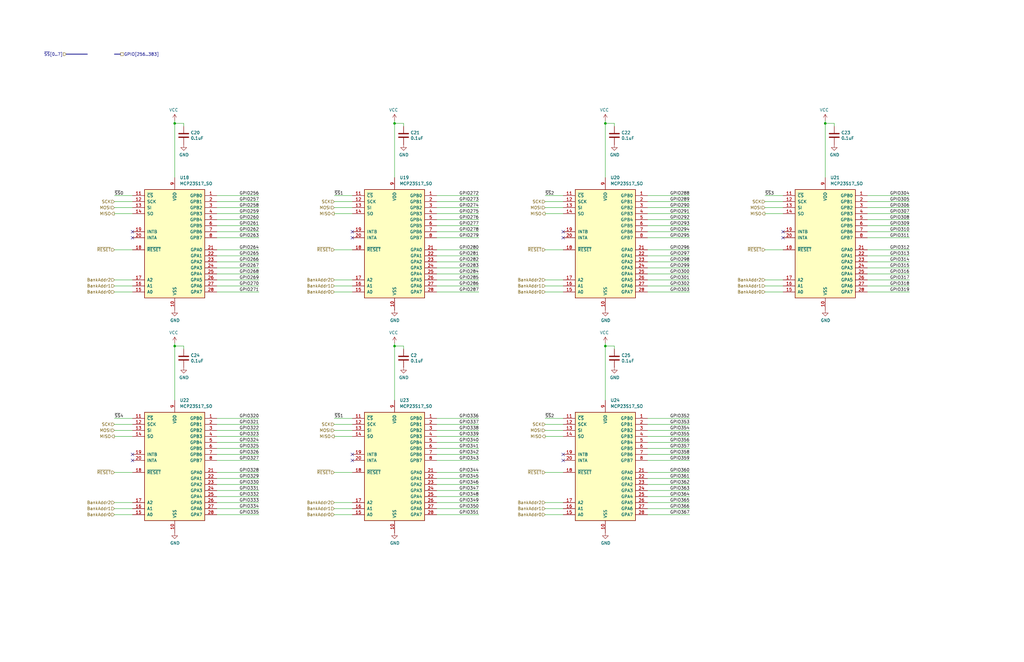
<source format=kicad_sch>
(kicad_sch (version 20250114) (generator "eeschema") (generator_version "9.0")
  (paper "USLedger")
  (title_block (date "2025-08-01"))
  (lib_symbols
    (symbol "Device:C" (pin_numbers (hide yes)) (pin_names (offset 0.254))
      (property "Reference" "C" (at 0.635 2.54 0))
      (property "Value" "C" (at 0.635 -2.54 0))
      (symbol "C_0_1"
        (polyline (pts (xy -2.032 0.762) (xy 2.032 0.762)) (stroke (width 0.508)))
        (polyline (pts (xy -2.032 -0.762) (xy 2.032 -0.762)) (stroke (width 0.508)))
      )
      (symbol "C_1_1"
        (pin passive line (at 0 3.81 270) (length 2.794) (name "~") (number "1"))
        (pin passive line (at 0 -3.81 90) (length 2.794) (name "~") (number "2"))
      )
    )
    (symbol "Interface_Expansion:MCP23S17_SO" (pin_names (offset 1.016))
      (property "Reference" "U" (at -11.43 24.13 0))
      (property "Value" "MCP23S17_SO" (at 0 0 0))
      (symbol "MCP23S17_SO_0_1"
        (rectangle (start -12.7 22.86) (end 12.7 -22.86) (stroke (width 0.254)) (fill (type background)))
      )
      (symbol "MCP23S17_SO_1_1"
        (pin input line (at -17.78 20.32 0) (length 5.08) (name "~{CS}") (number "11"))
        (pin input line (at -17.78 17.78 0) (length 5.08) (name "SCK") (number "12"))
        (pin input line (at -17.78 15.24 0) (length 5.08) (name "SI") (number "13"))
        (pin tri_state line (at -17.78 12.7 0) (length 5.08) (name "SO") (number "14"))
        (pin tri_state line (at -17.78 5.08 0) (length 5.08) (name "INTB") (number "19"))
        (pin tri_state line (at -17.78 2.54 0) (length 5.08) (name "INTA") (number "20"))
        (pin input line (at -17.78 -2.54 0) (length 5.08) (name "~{RESET}") (number "18"))
        (pin input line (at -17.78 -15.24 0) (length 5.08) (name "A2") (number "17"))
        (pin input line (at -17.78 -17.78 0) (length 5.08) (name "A1") (number "16"))
        (pin input line (at -17.78 -20.32 0) (length 5.08) (name "A0") (number "15"))
        (pin power_in line (at 0 27.94 270) (length 5.08) (name "VDD") (number "9"))
        (pin power_in line (at 0 -27.94 90) (length 5.08) (name "VSS") (number "10"))
        (pin bidirectional line (at 17.78 20.32 180) (length 5.08) (name "GPB0") (number "1"))
        (pin bidirectional line (at 17.78 17.78 180) (length 5.08) (name "GPB1") (number "2"))
        (pin bidirectional line (at 17.78 15.24 180) (length 5.08) (name "GPB2") (number "3"))
        (pin bidirectional line (at 17.78 12.7 180) (length 5.08) (name "GPB3") (number "4"))
        (pin bidirectional line (at 17.78 10.16 180) (length 5.08) (name "GPB4") (number "5"))
        (pin bidirectional line (at 17.78 7.62 180) (length 5.08) (name "GPB5") (number "6"))
        (pin bidirectional line (at 17.78 5.08 180) (length 5.08) (name "GPB6") (number "7"))
        (pin bidirectional line (at 17.78 2.54 180) (length 5.08) (name "GPB7") (number "8"))
        (pin bidirectional line (at 17.78 -2.54 180) (length 5.08) (name "GPA0") (number "21"))
        (pin bidirectional line (at 17.78 -5.08 180) (length 5.08) (name "GPA1") (number "22"))
        (pin bidirectional line (at 17.78 -7.62 180) (length 5.08) (name "GPA2") (number "23"))
        (pin bidirectional line (at 17.78 -10.16 180) (length 5.08) (name "GPA3") (number "24"))
        (pin bidirectional line (at 17.78 -12.7 180) (length 5.08) (name "GPA4") (number "25"))
        (pin bidirectional line (at 17.78 -15.24 180) (length 5.08) (name "GPA5") (number "26"))
        (pin bidirectional line (at 17.78 -17.78 180) (length 5.08) (name "GPA6") (number "27"))
        (pin bidirectional line (at 17.78 -20.32 180) (length 5.08) (name "GPA7") (number "28"))
      )
    )
    (symbol "power:GND" (power) (pin_numbers (hide yes)) (pin_names (offset 0) (hide yes))
      (property "Value" "GND" (at 0 -3.81 0))
      (symbol "GND_0_1"
        (polyline (pts (xy 0 0) (xy 0 -1.27) (xy 1.27 -1.27) (xy 0 -2.54) (xy -1.27 -1.27) (xy 0 -1.27)))
      )
      (symbol "GND_1_1"
        (pin power_in line (at 0 0 270) (length 0) (name "~") (number "1"))
      )
    )
    (symbol "power:VCC" (power) (pin_numbers (hide yes)) (pin_names (offset 0) (hide yes))
      (property "Value" "VCC" (at 0 3.556 0))
      (symbol "VCC_0_1"
        (polyline (pts (xy -0.762 1.27) (xy 0 2.54)))
        (polyline (pts (xy 0 2.54) (xy 0.762 1.27)))
        (polyline (pts (xy 0 0) (xy 0 2.54)))
      )
      (symbol "VCC_1_1"
        (pin power_in line (at 0 0 90) (length 0) (name "~") (number "1"))
      )
    )
  )
  (junction (at 73.66 52.07))
  (junction (at 73.66 146.05))
  (junction (at 347.98 52.07))
  (junction (at 166.37 52.07))
  (junction (at 255.27 52.07))
  (junction (at 255.27 146.05))
  (junction (at 166.37 146.05))
  (no_connect (at 148.59 97.79))
  (no_connect (at 237.49 100.33))
  (no_connect (at 237.49 191.77))
  (no_connect (at 148.59 191.77))
  (no_connect (at 55.88 194.31))
  (no_connect (at 55.88 100.33))
  (no_connect (at 237.49 97.79))
  (no_connect (at 55.88 191.77))
  (no_connect (at 148.59 194.31))
  (no_connect (at 55.88 97.79))
  (no_connect (at 330.2 100.33))
  (no_connect (at 330.2 97.79))
  (no_connect (at 237.49 194.31))
  (no_connect (at 148.59 100.33))
  (wire (pts (xy 322.58 90.17) (xy 330.2 90.17)))
  (wire (pts (xy 290.83 212.09) (xy 273.05 212.09)))
  (wire (pts (xy 229.87 181.61) (xy 237.49 181.61)))
  (wire (pts (xy 201.93 110.49) (xy 184.15 110.49)))
  (wire (pts (xy 290.83 214.63) (xy 273.05 214.63)))
  (wire (pts (xy 201.93 107.95) (xy 184.15 107.95)))
  (wire (pts (xy 201.93 207.01) (xy 184.15 207.01)))
  (wire (pts (xy 322.58 118.11) (xy 330.2 118.11)))
  (wire (pts (xy 383.54 110.49) (xy 365.76 110.49)))
  (wire (pts (xy 229.87 120.65) (xy 237.49 120.65)))
  (wire (pts (xy 201.93 92.71) (xy 184.15 92.71)))
  (wire (pts (xy 383.54 123.19) (xy 365.76 123.19)))
  (wire (pts (xy 290.83 110.49) (xy 273.05 110.49)))
  (wire (pts (xy 201.93 214.63) (xy 184.15 214.63)))
  (wire (pts (xy 229.87 87.63) (xy 237.49 87.63)))
  (wire (pts (xy 229.87 184.15) (xy 237.49 184.15)))
  (wire (pts (xy 73.66 50.8) (xy 73.66 52.07)))
  (wire (pts (xy 48.26 179.07) (xy 55.88 179.07)))
  (wire (pts (xy 109.22 118.11) (xy 91.44 118.11)))
  (wire (pts (xy 201.93 120.65) (xy 184.15 120.65)))
  (wire (pts (xy 140.97 181.61) (xy 148.59 181.61)))
  (wire (pts (xy 383.54 107.95) (xy 365.76 107.95)))
  (wire (pts (xy 201.93 201.93) (xy 184.15 201.93)))
  (wire (pts (xy 109.22 110.49) (xy 91.44 110.49)))
  (wire (pts (xy 255.27 146.05) (xy 255.27 168.91)))
  (wire (pts (xy 48.26 217.17) (xy 55.88 217.17)))
  (wire (pts (xy 166.37 50.8) (xy 166.37 52.07)))
  (wire (pts (xy 140.97 85.09) (xy 148.59 85.09)))
  (wire (pts (xy 48.26 214.63) (xy 55.88 214.63)))
  (wire (pts (xy 109.22 181.61) (xy 91.44 181.61)))
  (wire (pts (xy 290.83 87.63) (xy 273.05 87.63)))
  (wire (pts (xy 170.18 53.34) (xy 170.18 52.07)))
  (wire (pts (xy 290.83 118.11) (xy 273.05 118.11)))
  (wire (pts (xy 201.93 85.09) (xy 184.15 85.09)))
  (wire (pts (xy 109.22 82.55) (xy 91.44 82.55)))
  (wire (pts (xy 109.22 115.57) (xy 91.44 115.57)))
  (wire (pts (xy 140.97 217.17) (xy 148.59 217.17)))
  (wire (pts (xy 201.93 97.79) (xy 184.15 97.79)))
  (wire (pts (xy 347.98 52.07) (xy 351.79 52.07)))
  (wire (pts (xy 322.58 87.63) (xy 330.2 87.63)))
  (wire (pts (xy 201.93 179.07) (xy 184.15 179.07)))
  (wire (pts (xy 201.93 194.31) (xy 184.15 194.31)))
  (wire (pts (xy 48.26 105.41) (xy 55.88 105.41)))
  (wire (pts (xy 170.18 147.32) (xy 170.18 146.05)))
  (wire (pts (xy 347.98 52.07) (xy 347.98 74.93)))
  (bus (pts (xy 27.94 22.86) (xy 36.83 22.86)))
  (wire (pts (xy 383.54 85.09) (xy 365.76 85.09)))
  (wire (pts (xy 290.83 120.65) (xy 273.05 120.65)))
  (wire (pts (xy 383.54 92.71) (xy 365.76 92.71)))
  (wire (pts (xy 201.93 191.77) (xy 184.15 191.77)))
  (wire (pts (xy 77.47 53.34) (xy 77.47 52.07)))
  (bus (pts (xy 50.8 22.86) (xy 48.26 22.86)))
  (wire (pts (xy 383.54 115.57) (xy 365.76 115.57)))
  (wire (pts (xy 229.87 82.55) (xy 237.49 82.55)))
  (wire (pts (xy 48.26 184.15) (xy 55.88 184.15)))
  (wire (pts (xy 201.93 115.57) (xy 184.15 115.57)))
  (wire (pts (xy 48.26 199.39) (xy 55.88 199.39)))
  (wire (pts (xy 201.93 123.19) (xy 184.15 123.19)))
  (wire (pts (xy 109.22 87.63) (xy 91.44 87.63)))
  (wire (pts (xy 290.83 184.15) (xy 273.05 184.15)))
  (wire (pts (xy 109.22 201.93) (xy 91.44 201.93)))
  (wire (pts (xy 109.22 100.33) (xy 91.44 100.33)))
  (wire (pts (xy 290.83 189.23) (xy 273.05 189.23)))
  (wire (pts (xy 48.26 90.17) (xy 55.88 90.17)))
  (wire (pts (xy 140.97 199.39) (xy 148.59 199.39)))
  (wire (pts (xy 109.22 209.55) (xy 91.44 209.55)))
  (wire (pts (xy 73.66 146.05) (xy 77.47 146.05)))
  (wire (pts (xy 109.22 179.07) (xy 91.44 179.07)))
  (wire (pts (xy 201.93 105.41) (xy 184.15 105.41)))
  (wire (pts (xy 322.58 85.09) (xy 330.2 85.09)))
  (wire (pts (xy 229.87 123.19) (xy 237.49 123.19)))
  (wire (pts (xy 383.54 100.33) (xy 365.76 100.33)))
  (wire (pts (xy 322.58 82.55) (xy 330.2 82.55)))
  (wire (pts (xy 140.97 123.19) (xy 148.59 123.19)))
  (wire (pts (xy 290.83 181.61) (xy 273.05 181.61)))
  (wire (pts (xy 48.26 120.65) (xy 55.88 120.65)))
  (wire (pts (xy 109.22 107.95) (xy 91.44 107.95)))
  (wire (pts (xy 166.37 146.05) (xy 166.37 168.91)))
  (wire (pts (xy 140.97 176.53) (xy 148.59 176.53)))
  (wire (pts (xy 383.54 97.79) (xy 365.76 97.79)))
  (wire (pts (xy 166.37 52.07) (xy 166.37 74.93)))
  (wire (pts (xy 290.83 92.71) (xy 273.05 92.71)))
  (wire (pts (xy 77.47 147.32) (xy 77.47 146.05)))
  (wire (pts (xy 201.93 184.15) (xy 184.15 184.15)))
  (wire (pts (xy 383.54 90.17) (xy 365.76 90.17)))
  (wire (pts (xy 73.66 52.07) (xy 73.66 74.93)))
  (wire (pts (xy 229.87 118.11) (xy 237.49 118.11)))
  (wire (pts (xy 290.83 191.77) (xy 273.05 191.77)))
  (wire (pts (xy 109.22 186.69) (xy 91.44 186.69)))
  (wire (pts (xy 166.37 144.78) (xy 166.37 146.05)))
  (wire (pts (xy 140.97 214.63) (xy 148.59 214.63)))
  (wire (pts (xy 109.22 214.63) (xy 91.44 214.63)))
  (wire (pts (xy 109.22 95.25) (xy 91.44 95.25)))
  (wire (pts (xy 73.66 146.05) (xy 73.66 168.91)))
  (wire (pts (xy 383.54 120.65) (xy 365.76 120.65)))
  (wire (pts (xy 201.93 189.23) (xy 184.15 189.23)))
  (wire (pts (xy 166.37 52.07) (xy 170.18 52.07)))
  (wire (pts (xy 73.66 144.78) (xy 73.66 146.05)))
  (wire (pts (xy 48.26 212.09) (xy 55.88 212.09)))
  (wire (pts (xy 109.22 113.03) (xy 91.44 113.03)))
  (wire (pts (xy 48.26 181.61) (xy 55.88 181.61)))
  (wire (pts (xy 229.87 85.09) (xy 237.49 85.09)))
  (wire (pts (xy 109.22 176.53) (xy 91.44 176.53)))
  (wire (pts (xy 140.97 90.17) (xy 148.59 90.17)))
  (wire (pts (xy 290.83 176.53) (xy 273.05 176.53)))
  (wire (pts (xy 109.22 212.09) (xy 91.44 212.09)))
  (wire (pts (xy 383.54 118.11) (xy 365.76 118.11)))
  (wire (pts (xy 290.83 90.17) (xy 273.05 90.17)))
  (wire (pts (xy 201.93 181.61) (xy 184.15 181.61)))
  (wire (pts (xy 201.93 100.33) (xy 184.15 100.33)))
  (wire (pts (xy 201.93 118.11) (xy 184.15 118.11)))
  (wire (pts (xy 259.08 53.34) (xy 259.08 52.07)))
  (wire (pts (xy 140.97 105.41) (xy 148.59 105.41)))
  (wire (pts (xy 290.83 105.41) (xy 273.05 105.41)))
  (wire (pts (xy 48.26 85.09) (xy 55.88 85.09)))
  (wire (pts (xy 140.97 118.11) (xy 148.59 118.11)))
  (wire (pts (xy 322.58 105.41) (xy 330.2 105.41)))
  (wire (pts (xy 140.97 120.65) (xy 148.59 120.65)))
  (wire (pts (xy 201.93 204.47) (xy 184.15 204.47)))
  (wire (pts (xy 255.27 144.78) (xy 255.27 146.05)))
  (wire (pts (xy 229.87 214.63) (xy 237.49 214.63)))
  (wire (pts (xy 322.58 123.19) (xy 330.2 123.19)))
  (wire (pts (xy 201.93 217.17) (xy 184.15 217.17)))
  (wire (pts (xy 48.26 123.19) (xy 55.88 123.19)))
  (wire (pts (xy 109.22 90.17) (xy 91.44 90.17)))
  (wire (pts (xy 383.54 113.03) (xy 365.76 113.03)))
  (wire (pts (xy 109.22 92.71) (xy 91.44 92.71)))
  (wire (pts (xy 290.83 209.55) (xy 273.05 209.55)))
  (wire (pts (xy 383.54 95.25) (xy 365.76 95.25)))
  (wire (pts (xy 109.22 184.15) (xy 91.44 184.15)))
  (wire (pts (xy 201.93 90.17) (xy 184.15 90.17)))
  (wire (pts (xy 109.22 123.19) (xy 91.44 123.19)))
  (wire (pts (xy 290.83 95.25) (xy 273.05 95.25)))
  (wire (pts (xy 290.83 97.79) (xy 273.05 97.79)))
  (wire (pts (xy 229.87 212.09) (xy 237.49 212.09)))
  (wire (pts (xy 109.22 199.39) (xy 91.44 199.39)))
  (wire (pts (xy 290.83 199.39) (xy 273.05 199.39)))
  (wire (pts (xy 229.87 179.07) (xy 237.49 179.07)))
  (wire (pts (xy 201.93 212.09) (xy 184.15 212.09)))
  (wire (pts (xy 229.87 90.17) (xy 237.49 90.17)))
  (wire (pts (xy 201.93 176.53) (xy 184.15 176.53)))
  (wire (pts (xy 255.27 52.07) (xy 259.08 52.07)))
  (wire (pts (xy 109.22 105.41) (xy 91.44 105.41)))
  (wire (pts (xy 109.22 207.01) (xy 91.44 207.01)))
  (wire (pts (xy 48.26 87.63) (xy 55.88 87.63)))
  (wire (pts (xy 290.83 82.55) (xy 273.05 82.55)))
  (wire (pts (xy 109.22 217.17) (xy 91.44 217.17)))
  (wire (pts (xy 201.93 87.63) (xy 184.15 87.63)))
  (wire (pts (xy 383.54 105.41) (xy 365.76 105.41)))
  (wire (pts (xy 290.83 207.01) (xy 273.05 207.01)))
  (wire (pts (xy 290.83 201.93) (xy 273.05 201.93)))
  (wire (pts (xy 290.83 123.19) (xy 273.05 123.19)))
  (wire (pts (xy 109.22 189.23) (xy 91.44 189.23)))
  (wire (pts (xy 229.87 217.17) (xy 237.49 217.17)))
  (wire (pts (xy 48.26 176.53) (xy 55.88 176.53)))
  (wire (pts (xy 255.27 146.05) (xy 259.08 146.05)))
  (wire (pts (xy 229.87 176.53) (xy 237.49 176.53)))
  (wire (pts (xy 229.87 105.41) (xy 237.49 105.41)))
  (wire (pts (xy 351.79 53.34) (xy 351.79 52.07)))
  (wire (pts (xy 73.66 52.07) (xy 77.47 52.07)))
  (wire (pts (xy 109.22 204.47) (xy 91.44 204.47)))
  (wire (pts (xy 290.83 115.57) (xy 273.05 115.57)))
  (wire (pts (xy 290.83 194.31) (xy 273.05 194.31)))
  (wire (pts (xy 259.08 147.32) (xy 259.08 146.05)))
  (wire (pts (xy 109.22 97.79) (xy 91.44 97.79)))
  (wire (pts (xy 255.27 50.8) (xy 255.27 52.07)))
  (wire (pts (xy 201.93 186.69) (xy 184.15 186.69)))
  (wire (pts (xy 290.83 107.95) (xy 273.05 107.95)))
  (wire (pts (xy 201.93 209.55) (xy 184.15 209.55)))
  (wire (pts (xy 140.97 87.63) (xy 148.59 87.63)))
  (wire (pts (xy 201.93 82.55) (xy 184.15 82.55)))
  (wire (pts (xy 255.27 52.07) (xy 255.27 74.93)))
  (wire (pts (xy 290.83 100.33) (xy 273.05 100.33)))
  (wire (pts (xy 109.22 194.31) (xy 91.44 194.31)))
  (wire (pts (xy 166.37 146.05) (xy 170.18 146.05)))
  (wire (pts (xy 290.83 217.17) (xy 273.05 217.17)))
  (wire (pts (xy 48.26 82.55) (xy 55.88 82.55)))
  (wire (pts (xy 290.83 179.07) (xy 273.05 179.07)))
  (wire (pts (xy 383.54 87.63) (xy 365.76 87.63)))
  (wire (pts (xy 290.83 85.09) (xy 273.05 85.09)))
  (wire (pts (xy 201.93 95.25) (xy 184.15 95.25)))
  (wire (pts (xy 140.97 212.09) (xy 148.59 212.09)))
  (wire (pts (xy 48.26 118.11) (xy 55.88 118.11)))
  (wire (pts (xy 109.22 120.65) (xy 91.44 120.65)))
  (wire (pts (xy 201.93 199.39) (xy 184.15 199.39)))
  (wire (pts (xy 347.98 50.8) (xy 347.98 52.07)))
  (wire (pts (xy 109.22 191.77) (xy 91.44 191.77)))
  (wire (pts (xy 201.93 113.03) (xy 184.15 113.03)))
  (wire (pts (xy 290.83 204.47) (xy 273.05 204.47)))
  (wire (pts (xy 109.22 85.09) (xy 91.44 85.09)))
  (wire (pts (xy 140.97 82.55) (xy 148.59 82.55)))
  (wire (pts (xy 290.83 113.03) (xy 273.05 113.03)))
  (wire (pts (xy 322.58 120.65) (xy 330.2 120.65)))
  (wire (pts (xy 140.97 179.07) (xy 148.59 179.07)))
  (wire (pts (xy 229.87 199.39) (xy 237.49 199.39)))
  (wire (pts (xy 290.83 186.69) (xy 273.05 186.69)))
  (wire (pts (xy 383.54 82.55) (xy 365.76 82.55)))
  (wire (pts (xy 140.97 184.15) (xy 148.59 184.15)))
  (label "GPIO322" (at 109.22 181.61 180))
  (label "~{SS}0" (at 48.26 82.55 0))
  (label "GPIO326" (at 109.22 191.77 180))
  (label "GPIO354" (at 290.83 181.61 180))
  (label "GPIO275" (at 201.93 90.17 180))
  (label "GPIO333" (at 109.22 212.09 180))
  (label "GPIO274" (at 201.93 87.63 180))
  (label "GPIO359" (at 290.83 194.31 180))
  (label "GPIO260" (at 109.22 92.71 180))
  (label "GPIO338" (at 201.93 181.61 180))
  (label "GPIO365" (at 290.83 212.09 180))
  (label "GPIO271" (at 109.22 123.19 180))
  (label "GPIO328" (at 109.22 199.39 180))
  (label "GPIO268" (at 109.22 115.57 180))
  (label "GPIO318" (at 383.54 120.65 180))
  (label "GPIO352" (at 290.83 176.53 180))
  (label "GPIO313" (at 383.54 107.95 180))
  (label "GPIO265" (at 109.22 107.95 180))
  (label "GPIO297" (at 290.83 107.95 180))
  (label "GPIO301" (at 290.83 118.11 180))
  (label "GPIO282" (at 201.93 110.49 180))
  (label "GPIO295" (at 290.83 100.33 180))
  (label "~{SS}1" (at 140.97 176.53 0))
  (label "GPIO290" (at 290.83 87.63 180))
  (label "GPIO357" (at 290.83 189.23 180))
  (label "GPIO300" (at 290.83 115.57 180))
  (label "GPIO349" (at 201.93 212.09 180))
  (label "GPIO363" (at 290.83 207.01 180))
  (label "GPIO280" (at 201.93 105.41 180))
  (label "GPIO259" (at 109.22 90.17 180))
  (label "GPIO360" (at 290.83 199.39 180))
  (label "GPIO303" (at 290.83 123.19 180))
  (label "~{SS}3" (at 322.58 82.55 0))
  (label "GPIO276" (at 201.93 92.71 180))
  (label "GPIO309" (at 383.54 95.25 180))
  (label "GPIO266" (at 109.22 110.49 180))
  (label "GPIO367" (at 290.83 217.17 180))
  (label "GPIO345" (at 201.93 201.93 180))
  (label "GPIO311" (at 383.54 100.33 180))
  (label "GPIO257" (at 109.22 85.09 180))
  (label "GPIO299" (at 290.83 113.03 180))
  (label "GPIO317" (at 383.54 118.11 180))
  (label "GPIO315" (at 383.54 113.03 180))
  (label "GPIO310" (at 383.54 97.79 180))
  (label "GPIO294" (at 290.83 97.79 180))
  (label "GPIO302" (at 290.83 120.65 180))
  (label "~{SS}4" (at 48.26 176.53 0))
  (label "GPIO329" (at 109.22 201.93 180))
  (label "GPIO321" (at 109.22 179.07 180))
  (label "GPIO314" (at 383.54 110.49 180))
  (label "GPIO344" (at 201.93 199.39 180))
  (label "~{SS}2" (at 229.87 176.53 0))
  (label "GPIO331" (at 109.22 207.01 180))
  (label "GPIO312" (at 383.54 105.41 180))
  (label "GPIO281" (at 201.93 107.95 180))
  (label "GPIO279" (at 201.93 100.33 180))
  (label "GPIO296" (at 290.83 105.41 180))
  (label "GPIO351" (at 201.93 217.17 180))
  (label "GPIO358" (at 290.83 191.77 180))
  (label "GPIO323" (at 109.22 184.15 180))
  (label "GPIO298" (at 290.83 110.49 180))
  (label "GPIO342" (at 201.93 191.77 180))
  (label "GPIO305" (at 383.54 85.09 180))
  (label "GPIO327" (at 109.22 194.31 180))
  (label "GPIO272" (at 201.93 82.55 180))
  (label "GPIO336" (at 201.93 176.53 180))
  (label "GPIO364" (at 290.83 209.55 180))
  (label "GPIO362" (at 290.83 204.47 180))
  (label "GPIO293" (at 290.83 95.25 180))
  (label "GPIO284" (at 201.93 115.57 180))
  (label "GPIO353" (at 290.83 179.07 180))
  (label "GPIO346" (at 201.93 204.47 180))
  (label "GPIO350" (at 201.93 214.63 180))
  (label "GPIO285" (at 201.93 118.11 180))
  (label "GPIO286" (at 201.93 120.65 180))
  (label "GPIO337" (at 201.93 179.07 180))
  (label "GPIO291" (at 290.83 90.17 180))
  (label "GPIO269" (at 109.22 118.11 180))
  (label "GPIO288" (at 290.83 82.55 180))
  (label "GPIO273" (at 201.93 85.09 180))
  (label "GPIO319" (at 383.54 123.19 180))
  (label "GPIO332" (at 109.22 209.55 180))
  (label "GPIO264" (at 109.22 105.41 180))
  (label "GPIO256" (at 109.22 82.55 180))
  (label "GPIO278" (at 201.93 97.79 180))
  (label "GPIO341" (at 201.93 189.23 180))
  (label "GPIO263" (at 109.22 100.33 180))
  (label "GPIO283" (at 201.93 113.03 180))
  (label "GPIO292" (at 290.83 92.71 180))
  (label "GPIO334" (at 109.22 214.63 180))
  (label "GPIO267" (at 109.22 113.03 180))
  (label "GPIO262" (at 109.22 97.79 180))
  (label "GPIO258" (at 109.22 87.63 180))
  (label "GPIO343" (at 201.93 194.31 180))
  (label "GPIO356" (at 290.83 186.69 180))
  (label "GPIO339" (at 201.93 184.15 180))
  (label "GPIO306" (at 383.54 87.63 180))
  (label "GPIO320" (at 109.22 176.53 180))
  (label "GPIO366" (at 290.83 214.63 180))
  (label "GPIO308" (at 383.54 92.71 180))
  (label "GPIO324" (at 109.22 186.69 180))
  (label "~{SS}1" (at 140.97 82.55 0))
  (label "GPIO348" (at 201.93 209.55 180))
  (label "GPIO287" (at 201.93 123.19 180))
  (label "GPIO340" (at 201.93 186.69 180))
  (label "GPIO277" (at 201.93 95.25 180))
  (label "GPIO347" (at 201.93 207.01 180))
  (label "GPIO316" (at 383.54 115.57 180))
  (label "GPIO355" (at 290.83 184.15 180))
  (label "GPIO270" (at 109.22 120.65 180))
  (label "GPIO330" (at 109.22 204.47 180))
  (label "GPIO335" (at 109.22 217.17 180))
  (label "GPIO361" (at 290.83 201.93 180))
  (label "GPIO289" (at 290.83 85.09 180))
  (label "GPIO307" (at 383.54 90.17 180))
  (label "~{SS}2" (at 229.87 82.55 0))
  (label "GPIO325" (at 109.22 189.23 180))
  (label "GPIO304" (at 383.54 82.55 180))
  (label "GPIO261" (at 109.22 95.25 180))
  (hierarchical_label "~{RESET}" (shape input) (at 140.97 199.39 180))
  (hierarchical_label "SCK" (shape input) (at 229.87 179.07 180))
  (hierarchical_label "SCK" (shape input) (at 48.26 179.07 180))
  (hierarchical_label "MISO" (shape output) (at 48.26 184.15 180))
  (hierarchical_label "~{RESET}" (shape input) (at 322.58 105.41 180))
  (hierarchical_label "~{RESET}" (shape input) (at 48.26 105.41 180))
  (hierarchical_label "BankAddr1" (shape input) (at 140.97 120.65 180))
  (hierarchical_label "MISO" (shape output) (at 229.87 90.17 180))
  (hierarchical_label "BankAddr2" (shape input) (at 229.87 118.11 180))
  (hierarchical_label "BankAddr1" (shape input) (at 48.26 214.63 180))
  (hierarchical_label "BankAddr0" (shape input) (at 48.26 217.17 180))
  (hierarchical_label "SCK" (shape input) (at 140.97 85.09 180))
  (hierarchical_label "GPIO[256..383]" (shape passive) (at 50.8 22.86 0))
  (hierarchical_label "MOSI" (shape input) (at 322.58 87.63 180))
  (hierarchical_label "BankAddr0" (shape input) (at 229.87 217.17 180))
  (hierarchical_label "MOSI" (shape input) (at 229.87 87.63 180))
  (hierarchical_label "MOSI" (shape input) (at 48.26 87.63 180))
  (hierarchical_label "BankAddr1" (shape input) (at 322.58 120.65 180))
  (hierarchical_label "SCK" (shape input) (at 229.87 85.09 180))
  (hierarchical_label "SCK" (shape input) (at 140.97 179.07 180))
  (hierarchical_label "MISO" (shape output) (at 140.97 90.17 180))
  (hierarchical_label "BankAddr2" (shape input) (at 48.26 118.11 180))
  (hierarchical_label "BankAddr0" (shape input) (at 322.58 123.19 180))
  (hierarchical_label "BankAddr0" (shape input) (at 48.26 123.19 180))
  (hierarchical_label "BankAddr0" (shape input) (at 229.87 123.19 180))
  (hierarchical_label "~{SS}[0..7]" (shape input) (at 27.94 22.86 180))
  (hierarchical_label "BankAddr2" (shape input) (at 48.26 212.09 180))
  (hierarchical_label "MISO" (shape output) (at 140.97 184.15 180))
  (hierarchical_label "~{RESET}" (shape input) (at 140.97 105.41 180))
  (hierarchical_label "BankAddr2" (shape input) (at 140.97 212.09 180))
  (hierarchical_label "BankAddr2" (shape input) (at 229.87 212.09 180))
  (hierarchical_label "~{RESET}" (shape input) (at 229.87 105.41 180))
  (hierarchical_label "MISO" (shape output) (at 229.87 184.15 180))
  (hierarchical_label "SCK" (shape input) (at 48.26 85.09 180))
  (hierarchical_label "~{RESET}" (shape input) (at 229.87 199.39 180))
  (hierarchical_label "MOSI" (shape input) (at 140.97 87.63 180))
  (hierarchical_label "~{RESET}" (shape input) (at 48.26 199.39 180))
  (hierarchical_label "BankAddr1" (shape input) (at 140.97 214.63 180))
  (hierarchical_label "BankAddr1" (shape input) (at 229.87 120.65 180))
  (hierarchical_label "MISO" (shape output) (at 322.58 90.17 180))
  (hierarchical_label "BankAddr2" (shape input) (at 322.58 118.11 180))
  (hierarchical_label "BankAddr2" (shape input) (at 140.97 118.11 180))
  (hierarchical_label "SCK" (shape input) (at 322.58 85.09 180))
  (hierarchical_label "MOSI" (shape input) (at 229.87 181.61 180))
  (hierarchical_label "MOSI" (shape input) (at 140.97 181.61 180))
  (hierarchical_label "BankAddr0" (shape input) (at 140.97 123.19 180))
  (hierarchical_label "BankAddr1" (shape input) (at 48.26 120.65 180))
  (hierarchical_label "MISO" (shape output) (at 48.26 90.17 180))
  (hierarchical_label "BankAddr1" (shape input) (at 229.87 214.63 180))
  (hierarchical_label "MOSI" (shape input) (at 48.26 181.61 180))
  (hierarchical_label "BankAddr0" (shape input) (at 140.97 217.17 180))
  (symbol (lib_id "Device:C") (at 170.18 57.15 0) (unit 1)
    (property "Reference" "C21" (at 173.101 55.9816 0) (effects (justify left)))
    (property "Value" "0.1uF" (at 173.101 58.293 0) (effects (justify left)))
    (property "Footprint" "Capacitor_SMD:C_0603_1608Metric" (effects (hide yes)))
    (property "Datasheet" "https://www.mouser.com/datasheet/2/396/taiyo_yuden_12132018_mlcc11_hq_e-1510082.pdf" (effects (hide yes)))
    (property "Manufacturer" "Taiyo Yuden" (effects (hide yes)))
    (property "Manufacturer#" "EMK107B7104KAHT" (effects (hide yes)))
    (property "Mouser#" "963-EMK107B7104KAHT" (effects (hide yes)))
    (property "Digikey#" "587-6004-1-ND" (effects (hide yes)))
  )
  (symbol (lib_id "Interface_Expansion:MCP23S17_SO") (at 255.27 196.85 0) (unit 1)
    (property "Reference" "U24" (at 257.4133 168.91 0) (effects (justify left)))
    (property "Value" "MCP23S17_SO" (at 257.4133 171.45 0) (effects (justify left)))
    (property "Footprint" "Package_SO:SOIC-28W_7.5x17.9mm_P1.27mm" (effects (hide yes)))
    (property "Datasheet" "http://ww1.microchip.com/downloads/en/DeviceDoc/20001952C.pdf" (effects (hide yes)))
    (property "Description" "16-bit I/O expander, SPI, interrupts, w pull-ups, SOIC-28" (effects (hide yes)))
  )
  (symbol (lib_id "Interface_Expansion:MCP23S17_SO") (at 73.66 102.87 0) (unit 1)
    (property "Reference" "U18" (at 75.8033 74.93 0) (effects (justify left)))
    (property "Value" "MCP23S17_SO" (at 75.8033 77.47 0) (effects (justify left)))
    (property "Footprint" "Package_SO:SOIC-28W_7.5x17.9mm_P1.27mm" (effects (hide yes)))
    (property "Datasheet" "http://ww1.microchip.com/downloads/en/DeviceDoc/20001952C.pdf" (effects (hide yes)))
    (property "Description" "16-bit I/O expander, SPI, interrupts, w pull-ups, SOIC-28" (effects (hide yes)))
  )
  (symbol (lib_id "power:VCC") (at 347.98 50.8 0) (mirror y) (unit 1)
    (property "Reference" "#PWR0106" (effects (hide yes)))
    (property "Value" "VCC" (at 347.5482 46.4058 0))
    (property "Description" "Power symbol creates a global label with name \"VCC\"" (effects (hide yes)))
  )
  (symbol (lib_id "power:GND") (at 77.47 154.94 0) (unit 1)
    (property "Reference" "#PWR0119" (effects (hide yes)))
    (property "Value" "GND" (at 77.597 159.3342 0))
    (property "Description" "Power symbol creates a global label with name \"GND\" , ground" (effects (hide yes)))
  )
  (symbol (lib_id "power:GND") (at 166.37 224.79 0) (unit 1)
    (property "Reference" "#PWR0117" (effects (hide yes)))
    (property "Value" "GND" (at 166.497 229.1842 0))
    (property "Description" "Power symbol creates a global label with name \"GND\" , ground" (effects (hide yes)))
  )
  (symbol (lib_id "Interface_Expansion:MCP23S17_SO") (at 255.27 102.87 0) (unit 1)
    (property "Reference" "U20" (at 257.4133 74.93 0) (effects (justify left)))
    (property "Value" "MCP23S17_SO" (at 257.4133 77.47 0) (effects (justify left)))
    (property "Footprint" "Package_SO:SOIC-28W_7.5x17.9mm_P1.27mm" (effects (hide yes)))
    (property "Datasheet" "http://ww1.microchip.com/downloads/en/DeviceDoc/20001952C.pdf" (effects (hide yes)))
    (property "Description" "16-bit I/O expander, SPI, interrupts, w pull-ups, SOIC-28" (effects (hide yes)))
  )
  (symbol (lib_id "Device:C") (at 170.18 151.13 0) (unit 1)
    (property "Reference" "C2" (at 173.101 149.9616 0) (effects (justify left)))
    (property "Value" "0.1uF" (at 173.101 152.273 0) (effects (justify left)))
    (property "Footprint" "Capacitor_SMD:C_0603_1608Metric" (effects (hide yes)))
    (property "Datasheet" "https://www.mouser.com/datasheet/2/396/taiyo_yuden_12132018_mlcc11_hq_e-1510082.pdf" (effects (hide yes)))
    (property "Manufacturer" "Taiyo Yuden" (effects (hide yes)))
    (property "Manufacturer#" "EMK107B7104KAHT" (effects (hide yes)))
    (property "Mouser#" "963-EMK107B7104KAHT" (effects (hide yes)))
    (property "Digikey#" "587-6004-1-ND" (effects (hide yes)))
  )
  (symbol (lib_id "Device:C") (at 77.47 57.15 0) (unit 1)
    (property "Reference" "C20" (at 80.391 55.9816 0) (effects (justify left)))
    (property "Value" "0.1uF" (at 80.391 58.293 0) (effects (justify left)))
    (property "Footprint" "Capacitor_SMD:C_0603_1608Metric" (effects (hide yes)))
    (property "Datasheet" "https://www.mouser.com/datasheet/2/396/taiyo_yuden_12132018_mlcc11_hq_e-1510082.pdf" (effects (hide yes)))
    (property "Manufacturer" "Taiyo Yuden" (effects (hide yes)))
    (property "Manufacturer#" "EMK107B7104KAHT" (effects (hide yes)))
    (property "Mouser#" "963-EMK107B7104KAHT" (effects (hide yes)))
    (property "Digikey#" "587-6004-1-ND" (effects (hide yes)))
  )
  (symbol (lib_id "power:GND") (at 73.66 224.79 0) (unit 1)
    (property "Reference" "#PWR0123" (effects (hide yes)))
    (property "Value" "GND" (at 73.787 229.1842 0))
    (property "Description" "Power symbol creates a global label with name \"GND\" , ground" (effects (hide yes)))
  )
  (symbol (lib_id "power:GND") (at 170.18 154.94 0) (unit 1)
    (property "Reference" "#PWR015" (effects (hide yes)))
    (property "Value" "GND" (at 170.307 159.3342 0))
    (property "Description" "Power symbol creates a global label with name \"GND\" , ground" (effects (hide yes)))
  )
  (symbol (lib_id "power:GND") (at 166.37 130.81 0) (unit 1)
    (property "Reference" "#PWR0112" (effects (hide yes)))
    (property "Value" "GND" (at 166.497 135.2042 0))
    (property "Description" "Power symbol creates a global label with name \"GND\" , ground" (effects (hide yes)))
  )
  (symbol (lib_id "power:GND") (at 347.98 130.81 0) (unit 1)
    (property "Reference" "#PWR0114" (effects (hide yes)))
    (property "Value" "GND" (at 348.107 135.2042 0))
    (property "Description" "Power symbol creates a global label with name \"GND\" , ground" (effects (hide yes)))
  )
  (symbol (lib_id "Device:C") (at 351.79 57.15 0) (unit 1)
    (property "Reference" "C23" (at 354.711 55.9816 0) (effects (justify left)))
    (property "Value" "0.1uF" (at 354.711 58.293 0) (effects (justify left)))
    (property "Footprint" "Capacitor_SMD:C_0603_1608Metric" (effects (hide yes)))
    (property "Datasheet" "https://www.mouser.com/datasheet/2/396/taiyo_yuden_12132018_mlcc11_hq_e-1510082.pdf" (effects (hide yes)))
    (property "Manufacturer" "Taiyo Yuden" (effects (hide yes)))
    (property "Manufacturer#" "EMK107B7104KAHT" (effects (hide yes)))
    (property "Mouser#" "963-EMK107B7104KAHT" (effects (hide yes)))
    (property "Digikey#" "587-6004-1-ND" (effects (hide yes)))
  )
  (symbol (lib_id "power:VCC") (at 255.27 50.8 0) (mirror y) (unit 1)
    (property "Reference" "#PWR0105" (effects (hide yes)))
    (property "Value" "VCC" (at 254.8382 46.4058 0))
    (property "Description" "Power symbol creates a global label with name \"VCC\"" (effects (hide yes)))
  )
  (symbol (lib_id "power:VCC") (at 73.66 50.8 0) (mirror y) (unit 1)
    (property "Reference" "#PWR0103" (effects (hide yes)))
    (property "Value" "VCC" (at 73.2282 46.4058 0))
    (property "Description" "Power symbol creates a global label with name \"VCC\"" (effects (hide yes)))
  )
  (symbol (lib_id "power:GND") (at 255.27 130.81 0) (unit 1)
    (property "Reference" "#PWR0113" (effects (hide yes)))
    (property "Value" "GND" (at 255.397 135.2042 0))
    (property "Description" "Power symbol creates a global label with name \"GND\" , ground" (effects (hide yes)))
  )
  (symbol (lib_id "Interface_Expansion:MCP23S17_SO") (at 166.37 102.87 0) (unit 1)
    (property "Reference" "U19" (at 168.5133 74.93 0) (effects (justify left)))
    (property "Value" "MCP23S17_SO" (at 168.5133 77.47 0) (effects (justify left)))
    (property "Footprint" "Package_SO:SOIC-28W_7.5x17.9mm_P1.27mm" (effects (hide yes)))
    (property "Datasheet" "http://ww1.microchip.com/downloads/en/DeviceDoc/20001952C.pdf" (effects (hide yes)))
    (property "Description" "16-bit I/O expander, SPI, interrupts, w pull-ups, SOIC-28" (effects (hide yes)))
  )
  (symbol (lib_id "power:VCC") (at 255.27 144.78 0) (mirror y) (unit 1)
    (property "Reference" "#PWR013" (effects (hide yes)))
    (property "Value" "VCC" (at 254.8382 140.3858 0))
    (property "Description" "Power symbol creates a global label with name \"VCC\"" (effects (hide yes)))
  )
  (symbol (lib_id "Device:C") (at 259.08 57.15 0) (unit 1)
    (property "Reference" "C22" (at 262.001 55.9816 0) (effects (justify left)))
    (property "Value" "0.1uF" (at 262.001 58.293 0) (effects (justify left)))
    (property "Footprint" "Capacitor_SMD:C_0603_1608Metric" (effects (hide yes)))
    (property "Datasheet" "https://www.mouser.com/datasheet/2/396/taiyo_yuden_12132018_mlcc11_hq_e-1510082.pdf" (effects (hide yes)))
    (property "Manufacturer" "Taiyo Yuden" (effects (hide yes)))
    (property "Manufacturer#" "EMK107B7104KAHT" (effects (hide yes)))
    (property "Mouser#" "963-EMK107B7104KAHT" (effects (hide yes)))
    (property "Digikey#" "587-6004-1-ND" (effects (hide yes)))
  )
  (symbol (lib_id "power:GND") (at 259.08 154.94 0) (unit 1)
    (property "Reference" "#PWR018" (effects (hide yes)))
    (property "Value" "GND" (at 259.207 159.3342 0))
    (property "Description" "Power symbol creates a global label with name \"GND\" , ground" (effects (hide yes)))
  )
  (symbol (lib_id "power:VCC") (at 166.37 50.8 0) (mirror y) (unit 1)
    (property "Reference" "#PWR0104" (effects (hide yes)))
    (property "Value" "VCC" (at 165.9382 46.4058 0))
    (property "Description" "Power symbol creates a global label with name \"VCC\"" (effects (hide yes)))
  )
  (symbol (lib_id "power:GND") (at 77.47 60.96 0) (unit 1)
    (property "Reference" "#PWR0107" (effects (hide yes)))
    (property "Value" "GND" (at 77.597 65.3542 0))
    (property "Description" "Power symbol creates a global label with name \"GND\" , ground" (effects (hide yes)))
  )
  (symbol (lib_id "Device:C") (at 259.08 151.13 0) (unit 1)
    (property "Reference" "C25" (at 262.001 149.9616 0) (effects (justify left)))
    (property "Value" "0.1uF" (at 262.001 152.273 0) (effects (justify left)))
    (property "Footprint" "Capacitor_SMD:C_0603_1608Metric" (effects (hide yes)))
    (property "Datasheet" "https://www.mouser.com/datasheet/2/396/taiyo_yuden_12132018_mlcc11_hq_e-1510082.pdf" (effects (hide yes)))
    (property "Manufacturer" "Taiyo Yuden" (effects (hide yes)))
    (property "Manufacturer#" "EMK107B7104KAHT" (effects (hide yes)))
    (property "Mouser#" "963-EMK107B7104KAHT" (effects (hide yes)))
    (property "Digikey#" "587-6004-1-ND" (effects (hide yes)))
  )
  (symbol (lib_id "power:VCC") (at 166.37 144.78 0) (mirror y) (unit 1)
    (property "Reference" "#PWR012" (effects (hide yes)))
    (property "Value" "VCC" (at 165.9382 140.3858 0))
    (property "Description" "Power symbol creates a global label with name \"VCC\"" (effects (hide yes)))
  )
  (symbol (lib_id "power:GND") (at 259.08 60.96 0) (unit 1)
    (property "Reference" "#PWR0109" (effects (hide yes)))
    (property "Value" "GND" (at 259.207 65.3542 0))
    (property "Description" "Power symbol creates a global label with name \"GND\" , ground" (effects (hide yes)))
  )
  (symbol (lib_id "Interface_Expansion:MCP23S17_SO") (at 347.98 102.87 0) (unit 1)
    (property "Reference" "U21" (at 350.1233 74.93 0) (effects (justify left)))
    (property "Value" "MCP23S17_SO" (at 350.1233 77.47 0) (effects (justify left)))
    (property "Footprint" "Package_SO:SOIC-28W_7.5x17.9mm_P1.27mm" (effects (hide yes)))
    (property "Datasheet" "http://ww1.microchip.com/downloads/en/DeviceDoc/20001952C.pdf" (effects (hide yes)))
    (property "Description" "16-bit I/O expander, SPI, interrupts, w pull-ups, SOIC-28" (effects (hide yes)))
  )
  (symbol (lib_id "Interface_Expansion:MCP23S17_SO") (at 166.37 196.85 0) (unit 1)
    (property "Reference" "U23" (at 168.5133 168.91 0) (effects (justify left)))
    (property "Value" "MCP23S17_SO" (at 168.5133 171.45 0) (effects (justify left)))
    (property "Footprint" "Package_SO:SOIC-28W_7.5x17.9mm_P1.27mm" (effects (hide yes)))
    (property "Datasheet" "http://ww1.microchip.com/downloads/en/DeviceDoc/20001952C.pdf" (effects (hide yes)))
    (property "Description" "16-bit I/O expander, SPI, interrupts, w pull-ups, SOIC-28" (effects (hide yes)))
  )
  (symbol (lib_id "power:GND") (at 351.79 60.96 0) (unit 1)
    (property "Reference" "#PWR0110" (effects (hide yes)))
    (property "Value" "GND" (at 351.917 65.3542 0))
    (property "Description" "Power symbol creates a global label with name \"GND\" , ground" (effects (hide yes)))
  )
  (symbol (lib_id "power:VCC") (at 73.66 144.78 0) (mirror y) (unit 1)
    (property "Reference" "#PWR0115" (effects (hide yes)))
    (property "Value" "VCC" (at 73.2282 140.3858 0))
    (property "Description" "Power symbol creates a global label with name \"VCC\"" (effects (hide yes)))
  )
  (symbol (lib_id "Device:C") (at 77.47 151.13 0) (unit 1)
    (property "Reference" "C24" (at 80.391 149.9616 0) (effects (justify left)))
    (property "Value" "0.1uF" (at 80.391 152.273 0) (effects (justify left)))
    (property "Footprint" "Capacitor_SMD:C_0603_1608Metric" (effects (hide yes)))
    (property "Datasheet" "https://www.mouser.com/datasheet/2/396/taiyo_yuden_12132018_mlcc11_hq_e-1510082.pdf" (effects (hide yes)))
    (property "Manufacturer" "Taiyo Yuden" (effects (hide yes)))
    (property "Manufacturer#" "EMK107B7104KAHT" (effects (hide yes)))
    (property "Mouser#" "963-EMK107B7104KAHT" (effects (hide yes)))
    (property "Digikey#" "587-6004-1-ND" (effects (hide yes)))
  )
  (symbol (lib_id "power:GND") (at 255.27 224.79 0) (unit 1)
    (property "Reference" "#PWR0118" (effects (hide yes)))
    (property "Value" "GND" (at 255.397 229.1842 0))
    (property "Description" "Power symbol creates a global label with name \"GND\" , ground" (effects (hide yes)))
  )
  (symbol (lib_id "power:GND") (at 170.18 60.96 0) (unit 1)
    (property "Reference" "#PWR0108" (effects (hide yes)))
    (property "Value" "GND" (at 170.307 65.3542 0))
    (property "Description" "Power symbol creates a global label with name \"GND\" , ground" (effects (hide yes)))
  )
  (symbol (lib_id "Interface_Expansion:MCP23S17_SO") (at 73.66 196.85 0) (unit 1)
    (property "Reference" "U22" (at 75.8033 168.91 0) (effects (justify left)))
    (property "Value" "MCP23S17_SO" (at 75.8033 171.45 0) (effects (justify left)))
    (property "Footprint" "Package_SO:SOIC-28W_7.5x17.9mm_P1.27mm" (effects (hide yes)))
    (property "Datasheet" "http://ww1.microchip.com/downloads/en/DeviceDoc/20001952C.pdf" (effects (hide yes)))
    (property "Description" "16-bit I/O expander, SPI, interrupts, w pull-ups, SOIC-28" (effects (hide yes)))
  )
  (symbol (lib_id "power:GND") (at 73.66 130.81 0) (unit 1)
    (property "Reference" "#PWR0111" (effects (hide yes)))
    (property "Value" "GND" (at 73.787 135.2042 0))
    (property "Description" "Power symbol creates a global label with name \"GND\" , ground" (effects (hide yes)))
  )
)
</source>
